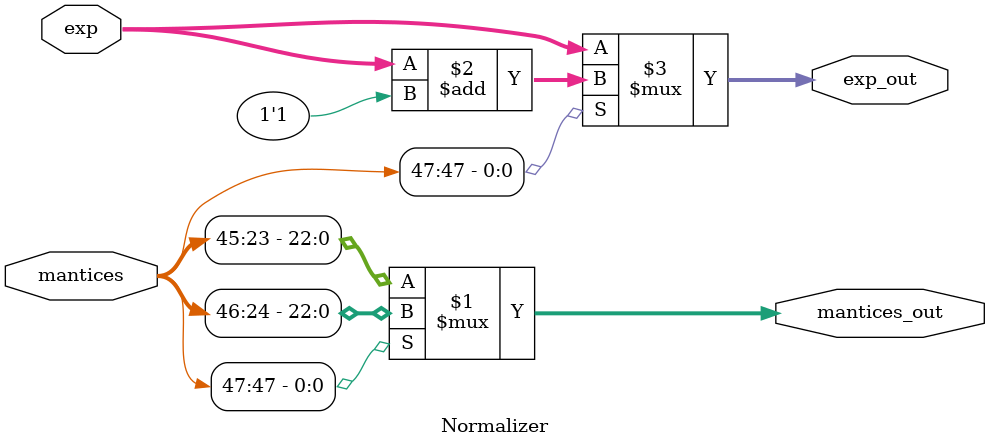
<source format=v>
module Normalizer(exp, mantices, exp_out, mantices_out);
    input [7:0] exp;
    input [47:0] mantices;
    output [7:0] exp_out;
    output [22:0] mantices_out;
    assign mantices_out = mantices[47] ? mantices[46:24] : mantices[45:23];
    assign exp_out = mantices[47] ? exp + 1'b1 : exp;
endmodule
</source>
